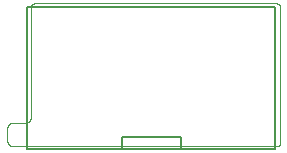
<source format=gbr>
G04 EAGLE Gerber RS-274X export*
G75*
%MOMM*%
%FSLAX34Y34*%
%LPD*%
%INSilkscreen Bottom*%
%IPPOS*%
%AMOC8*
5,1,8,0,0,1.08239X$1,22.5*%
G01*
G04 Define Apertures*
%ADD10C,0.076200*%
%ADD11C,0.127000*%
D10*
X27375Y136300D02*
X232025Y136300D01*
X232136Y136298D01*
X232246Y136292D01*
X232357Y136283D01*
X232467Y136269D01*
X232576Y136252D01*
X232685Y136231D01*
X232793Y136206D01*
X232900Y136177D01*
X233006Y136145D01*
X233111Y136109D01*
X233214Y136069D01*
X233316Y136026D01*
X233417Y135979D01*
X233516Y135928D01*
X233613Y135875D01*
X233707Y135818D01*
X233800Y135757D01*
X233891Y135694D01*
X233980Y135627D01*
X234066Y135557D01*
X234149Y135484D01*
X234231Y135409D01*
X234309Y135331D01*
X234384Y135249D01*
X234457Y135166D01*
X234527Y135080D01*
X234594Y134991D01*
X234657Y134900D01*
X234718Y134807D01*
X234775Y134713D01*
X234828Y134616D01*
X234879Y134517D01*
X234926Y134416D01*
X234969Y134314D01*
X235009Y134211D01*
X235045Y134106D01*
X235077Y134000D01*
X235106Y133893D01*
X235131Y133785D01*
X235152Y133676D01*
X235169Y133567D01*
X235183Y133457D01*
X235192Y133346D01*
X235198Y133236D01*
X235200Y133125D01*
X235200Y18475D01*
X235198Y18364D01*
X235192Y18254D01*
X235183Y18143D01*
X235169Y18033D01*
X235152Y17924D01*
X235131Y17815D01*
X235106Y17707D01*
X235077Y17600D01*
X235045Y17494D01*
X235009Y17389D01*
X234969Y17286D01*
X234926Y17184D01*
X234879Y17083D01*
X234828Y16984D01*
X234775Y16887D01*
X234718Y16793D01*
X234657Y16700D01*
X234594Y16609D01*
X234527Y16520D01*
X234457Y16434D01*
X234384Y16351D01*
X234309Y16269D01*
X234231Y16191D01*
X234149Y16116D01*
X234066Y16043D01*
X233980Y15973D01*
X233891Y15906D01*
X233800Y15843D01*
X233707Y15782D01*
X233612Y15725D01*
X233516Y15672D01*
X233417Y15621D01*
X233316Y15574D01*
X233214Y15531D01*
X233111Y15491D01*
X233006Y15455D01*
X232900Y15423D01*
X232793Y15394D01*
X232685Y15369D01*
X232576Y15348D01*
X232467Y15331D01*
X232357Y15317D01*
X232246Y15308D01*
X232136Y15302D01*
X232025Y15300D01*
X9200Y15300D01*
X4200Y20300D02*
X4200Y30300D01*
X4202Y30440D01*
X4208Y30580D01*
X4218Y30720D01*
X4231Y30860D01*
X4249Y30999D01*
X4271Y31138D01*
X4296Y31275D01*
X4325Y31413D01*
X4358Y31549D01*
X4395Y31684D01*
X4436Y31818D01*
X4481Y31951D01*
X4529Y32083D01*
X4581Y32213D01*
X4636Y32342D01*
X4695Y32469D01*
X4758Y32595D01*
X4824Y32719D01*
X4893Y32840D01*
X4966Y32960D01*
X5043Y33078D01*
X5122Y33193D01*
X5205Y33307D01*
X5291Y33417D01*
X5380Y33526D01*
X5472Y33632D01*
X5567Y33735D01*
X5664Y33836D01*
X5765Y33933D01*
X5868Y34028D01*
X5974Y34120D01*
X6083Y34209D01*
X6193Y34295D01*
X6307Y34378D01*
X6422Y34457D01*
X6540Y34534D01*
X6660Y34607D01*
X6781Y34676D01*
X6905Y34742D01*
X7031Y34805D01*
X7158Y34864D01*
X7287Y34919D01*
X7417Y34971D01*
X7549Y35019D01*
X7682Y35064D01*
X7816Y35105D01*
X7951Y35142D01*
X8087Y35175D01*
X8225Y35204D01*
X8362Y35229D01*
X8501Y35251D01*
X8640Y35269D01*
X8780Y35282D01*
X8920Y35292D01*
X9060Y35298D01*
X9200Y35300D01*
X19200Y35300D01*
X19340Y35302D01*
X19480Y35308D01*
X19620Y35318D01*
X19760Y35331D01*
X19899Y35349D01*
X20038Y35371D01*
X20175Y35396D01*
X20313Y35425D01*
X20449Y35458D01*
X20584Y35495D01*
X20718Y35536D01*
X20851Y35581D01*
X20983Y35629D01*
X21113Y35681D01*
X21242Y35736D01*
X21369Y35795D01*
X21495Y35858D01*
X21619Y35924D01*
X21740Y35993D01*
X21860Y36066D01*
X21978Y36143D01*
X22093Y36222D01*
X22207Y36305D01*
X22317Y36391D01*
X22426Y36480D01*
X22532Y36572D01*
X22635Y36667D01*
X22736Y36764D01*
X22833Y36865D01*
X22928Y36968D01*
X23020Y37074D01*
X23109Y37183D01*
X23195Y37293D01*
X23278Y37407D01*
X23357Y37522D01*
X23434Y37640D01*
X23507Y37760D01*
X23576Y37881D01*
X23642Y38005D01*
X23705Y38131D01*
X23764Y38258D01*
X23819Y38387D01*
X23871Y38517D01*
X23919Y38649D01*
X23964Y38782D01*
X24005Y38916D01*
X24042Y39051D01*
X24075Y39187D01*
X24104Y39325D01*
X24129Y39462D01*
X24151Y39601D01*
X24169Y39740D01*
X24182Y39880D01*
X24192Y40020D01*
X24198Y40160D01*
X24200Y40300D01*
X24200Y133125D01*
X24202Y133236D01*
X24208Y133346D01*
X24217Y133457D01*
X24231Y133567D01*
X24248Y133676D01*
X24269Y133785D01*
X24294Y133893D01*
X24323Y134000D01*
X24355Y134106D01*
X24391Y134211D01*
X24431Y134314D01*
X24474Y134416D01*
X24521Y134517D01*
X24572Y134616D01*
X24625Y134713D01*
X24682Y134807D01*
X24743Y134900D01*
X24806Y134991D01*
X24873Y135080D01*
X24943Y135166D01*
X25016Y135249D01*
X25091Y135331D01*
X25169Y135409D01*
X25251Y135484D01*
X25334Y135557D01*
X25420Y135627D01*
X25509Y135694D01*
X25600Y135757D01*
X25693Y135818D01*
X25788Y135875D01*
X25884Y135928D01*
X25983Y135979D01*
X26084Y136026D01*
X26186Y136069D01*
X26289Y136109D01*
X26394Y136145D01*
X26500Y136177D01*
X26607Y136206D01*
X26715Y136231D01*
X26824Y136252D01*
X26933Y136269D01*
X27043Y136283D01*
X27154Y136292D01*
X27264Y136298D01*
X27375Y136300D01*
X4200Y20300D02*
X4202Y20160D01*
X4208Y20020D01*
X4218Y19880D01*
X4231Y19740D01*
X4249Y19601D01*
X4271Y19462D01*
X4296Y19325D01*
X4325Y19187D01*
X4358Y19051D01*
X4395Y18916D01*
X4436Y18782D01*
X4481Y18649D01*
X4529Y18517D01*
X4581Y18387D01*
X4636Y18258D01*
X4695Y18131D01*
X4758Y18005D01*
X4824Y17881D01*
X4893Y17760D01*
X4966Y17640D01*
X5043Y17522D01*
X5122Y17407D01*
X5205Y17293D01*
X5291Y17183D01*
X5380Y17074D01*
X5472Y16968D01*
X5567Y16865D01*
X5664Y16764D01*
X5765Y16667D01*
X5868Y16572D01*
X5974Y16480D01*
X6083Y16391D01*
X6193Y16305D01*
X6307Y16222D01*
X6422Y16143D01*
X6540Y16066D01*
X6660Y15993D01*
X6781Y15924D01*
X6905Y15858D01*
X7031Y15795D01*
X7158Y15736D01*
X7287Y15681D01*
X7417Y15629D01*
X7549Y15581D01*
X7682Y15536D01*
X7816Y15495D01*
X7951Y15458D01*
X8087Y15425D01*
X8225Y15396D01*
X8362Y15371D01*
X8501Y15349D01*
X8640Y15331D01*
X8780Y15318D01*
X8920Y15308D01*
X9060Y15302D01*
X9200Y15300D01*
D11*
X231100Y13400D02*
X231100Y133400D01*
X21100Y133400D01*
X21100Y13400D01*
X101100Y13400D01*
X151100Y13400D01*
X231100Y13400D01*
X151100Y13400D02*
X151100Y23400D01*
X101100Y23400D01*
X101100Y13400D01*
M02*

</source>
